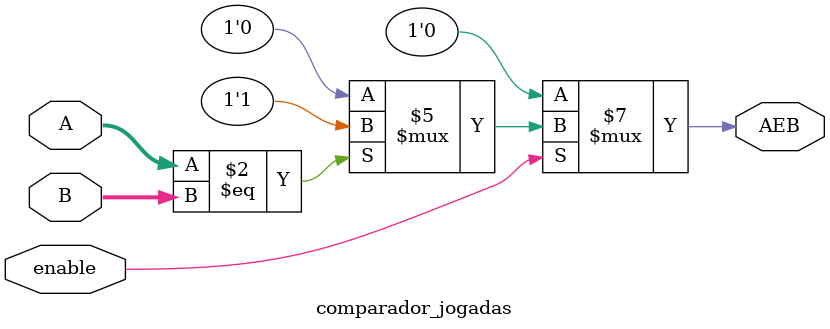
<source format=v>
`timescale 1ns/1ns

module comparador_jogadastb;

    reg [3:0] A, B;
    reg enable;
    wire AEB;

    comparador_jogadas dut (
        .A(A),
        .B(B),
        .enable(enable),
        .AEB(AEB)
    );

    initial begin
        $monitor("Time: %0t | A: %b | B: %b | enable: %b | AEB: %b", 
                 $time, A, B, enable, AEB);

        A = 4'b0000;
        B = 4'b0000;
        enable = 0;

        #1 enable = 1; A = 4'b0001; B = 4'b0001;
        #1 enable = 1; A = 4'b0010; B = 4'b0011;
        #1 enable = 0; A = 4'b0100; B = 4'b0100;
        #1 enable = 1; A = 4'b0110; B = 4'b0111;
        #1 enable = 1; A = 4'b1000; B = 4'b1000;
        #1 enable = 0; A = 4'b1010; B = 4'b1011;
        #5 $finish;
    end

endmodule

module comparador_jogadas(
input [3:0] A, B,
input enable,
output reg AEB
);

always @(A) begin
    if (enable) begin
        if (A == B) begin
            AEB <= 1;
        end
        else begin
            AEB <= 0;
        end
    end
    else begin
        AEB <= 0;
    end
end

endmodule
</source>
